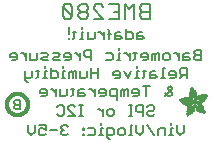
<source format=gbr>
G04 EAGLE Gerber RS-274X export*
G75*
%MOMM*%
%FSLAX34Y34*%
%LPD*%
%INSilkscreen Bottom*%
%IPPOS*%
%AMOC8*
5,1,8,0,0,1.08239X$1,22.5*%
G01*
%ADD10C,0.127000*%
%ADD11C,0.177800*%
%ADD12R,0.034300X0.003800*%
%ADD13R,0.057200X0.003800*%
%ADD14R,0.076200X0.003800*%
%ADD15R,0.091400X0.003800*%
%ADD16R,0.102900X0.003800*%
%ADD17R,0.114300X0.003900*%
%ADD18R,0.129500X0.003800*%
%ADD19R,0.137200X0.003800*%
%ADD20R,0.144800X0.003800*%
%ADD21R,0.152400X0.003800*%
%ADD22R,0.160000X0.003800*%
%ADD23R,0.171500X0.003800*%
%ADD24R,0.175300X0.003800*%
%ADD25R,0.182900X0.003800*%
%ADD26R,0.190500X0.003800*%
%ADD27R,0.194300X0.003900*%
%ADD28R,0.201900X0.003800*%
%ADD29R,0.209500X0.003800*%
%ADD30R,0.213400X0.003800*%
%ADD31R,0.221000X0.003800*%
%ADD32R,0.224800X0.003800*%
%ADD33R,0.232400X0.003800*%
%ADD34R,0.240000X0.003800*%
%ADD35R,0.243800X0.003800*%
%ADD36R,0.247600X0.003800*%
%ADD37R,0.255300X0.003900*%
%ADD38R,0.259100X0.003800*%
%ADD39R,0.262900X0.003800*%
%ADD40R,0.270500X0.003800*%
%ADD41R,0.274300X0.003800*%
%ADD42R,0.281900X0.003800*%
%ADD43R,0.285700X0.003800*%
%ADD44R,0.289500X0.003800*%
%ADD45R,0.297200X0.003800*%
%ADD46R,0.301000X0.003800*%
%ADD47R,0.304800X0.003900*%
%ADD48R,0.312400X0.003800*%
%ADD49R,0.316200X0.003800*%
%ADD50R,0.320000X0.003800*%
%ADD51R,0.327600X0.003800*%
%ADD52R,0.331500X0.003800*%
%ADD53R,0.339100X0.003800*%
%ADD54R,0.342900X0.003800*%
%ADD55R,0.346700X0.003800*%
%ADD56R,0.354300X0.003800*%
%ADD57R,0.358100X0.003900*%
%ADD58R,0.361900X0.003800*%
%ADD59R,0.369600X0.003800*%
%ADD60R,0.373400X0.003800*%
%ADD61R,0.377200X0.003800*%
%ADD62R,0.384800X0.003800*%
%ADD63R,0.388600X0.003800*%
%ADD64R,0.396200X0.003800*%
%ADD65R,0.400000X0.003800*%
%ADD66R,0.403800X0.003800*%
%ADD67R,0.411500X0.003900*%
%ADD68R,0.415300X0.003800*%
%ADD69R,0.419100X0.003800*%
%ADD70R,0.045700X0.003800*%
%ADD71R,0.426700X0.003800*%
%ADD72R,0.072400X0.003800*%
%ADD73R,0.430500X0.003800*%
%ADD74R,0.095300X0.003800*%
%ADD75R,0.438100X0.003800*%
%ADD76R,0.110500X0.003800*%
%ADD77R,0.441900X0.003800*%
%ADD78R,0.445800X0.003800*%
%ADD79R,0.144700X0.003800*%
%ADD80R,0.453400X0.003800*%
%ADD81R,0.457200X0.003800*%
%ADD82R,0.175300X0.003900*%
%ADD83R,0.461000X0.003900*%
%ADD84R,0.468600X0.003800*%
%ADD85R,0.205800X0.003800*%
%ADD86R,0.472400X0.003800*%
%ADD87R,0.217200X0.003800*%
%ADD88R,0.476200X0.003800*%
%ADD89R,0.483900X0.003800*%
%ADD90R,0.247700X0.003800*%
%ADD91R,0.487700X0.003800*%
%ADD92R,0.495300X0.003800*%
%ADD93R,0.499100X0.003800*%
%ADD94R,0.502900X0.003800*%
%ADD95R,0.510500X0.003800*%
%ADD96R,0.308600X0.003900*%
%ADD97R,0.514300X0.003900*%
%ADD98R,0.323800X0.003800*%
%ADD99R,0.518100X0.003800*%
%ADD100R,0.335300X0.003800*%
%ADD101R,0.525800X0.003800*%
%ADD102R,0.529600X0.003800*%
%ADD103R,0.358100X0.003800*%
%ADD104R,0.533400X0.003800*%
%ADD105R,0.537200X0.003800*%
%ADD106R,0.381000X0.003800*%
%ADD107R,0.544800X0.003800*%
%ADD108R,0.392400X0.003800*%
%ADD109R,0.548600X0.003800*%
%ADD110R,0.552400X0.003800*%
%ADD111R,0.556200X0.003800*%
%ADD112R,0.422900X0.003900*%
%ADD113R,0.560100X0.003900*%
%ADD114R,0.434300X0.003800*%
%ADD115R,0.563900X0.003800*%
%ADD116R,0.567700X0.003800*%
%ADD117R,0.461000X0.003800*%
%ADD118R,0.571500X0.003800*%
%ADD119R,0.575300X0.003800*%
%ADD120R,0.480100X0.003800*%
%ADD121R,0.579100X0.003800*%
%ADD122R,0.491500X0.003800*%
%ADD123R,0.582900X0.003800*%
%ADD124R,0.586700X0.003800*%
%ADD125R,0.510600X0.003800*%
%ADD126R,0.590500X0.003800*%
%ADD127R,0.522000X0.003800*%
%ADD128R,0.594300X0.003800*%
%ADD129R,0.533400X0.003900*%
%ADD130R,0.598200X0.003900*%
%ADD131R,0.541000X0.003800*%
%ADD132R,0.602000X0.003800*%
%ADD133R,0.552500X0.003800*%
%ADD134R,0.605800X0.003800*%
%ADD135R,0.560100X0.003800*%
%ADD136R,0.609600X0.003800*%
%ADD137R,0.613400X0.003800*%
%ADD138R,0.583000X0.003800*%
%ADD139R,0.617200X0.003800*%
%ADD140R,0.594400X0.003800*%
%ADD141R,0.621000X0.003800*%
%ADD142R,0.598200X0.003800*%
%ADD143R,0.624800X0.003800*%
%ADD144R,0.613500X0.003900*%
%ADD145R,0.628600X0.003900*%
%ADD146R,0.632400X0.003800*%
%ADD147R,0.628600X0.003800*%
%ADD148R,0.636300X0.003800*%
%ADD149R,0.640100X0.003800*%
%ADD150R,0.636200X0.003800*%
%ADD151R,0.643900X0.003800*%
%ADD152R,0.647700X0.003800*%
%ADD153R,0.651500X0.003800*%
%ADD154R,0.659100X0.003800*%
%ADD155R,0.659100X0.003900*%
%ADD156R,0.655300X0.003900*%
%ADD157R,0.662900X0.003800*%
%ADD158R,0.655300X0.003800*%
%ADD159R,0.670500X0.003800*%
%ADD160R,0.670600X0.003800*%
%ADD161R,0.674400X0.003800*%
%ADD162R,0.682000X0.003800*%
%ADD163R,0.666700X0.003800*%
%ADD164R,0.685800X0.003800*%
%ADD165R,0.689600X0.003800*%
%ADD166R,0.693400X0.003900*%
%ADD167R,0.674400X0.003900*%
%ADD168R,0.697200X0.003800*%
%ADD169R,0.678200X0.003800*%
%ADD170R,0.697300X0.003800*%
%ADD171R,0.701100X0.003800*%
%ADD172R,0.704900X0.003800*%
%ADD173R,0.708700X0.003800*%
%ADD174R,0.712500X0.003800*%
%ADD175R,0.716300X0.003800*%
%ADD176R,0.720100X0.003900*%
%ADD177R,0.689600X0.003900*%
%ADD178R,0.720000X0.003800*%
%ADD179R,0.693400X0.003800*%
%ADD180R,0.723900X0.003800*%
%ADD181R,0.727700X0.003800*%
%ADD182R,0.731500X0.003800*%
%ADD183R,0.701000X0.003800*%
%ADD184R,0.735300X0.003800*%
%ADD185R,0.731500X0.003900*%
%ADD186R,0.701000X0.003900*%
%ADD187R,0.704800X0.003800*%
%ADD188R,0.739100X0.003800*%
%ADD189R,0.743000X0.003800*%
%ADD190R,0.739200X0.003800*%
%ADD191R,0.743000X0.003900*%
%ADD192R,0.704800X0.003900*%
%ADD193R,0.746800X0.003800*%
%ADD194R,0.746800X0.003900*%
%ADD195R,0.742900X0.003800*%
%ADD196R,0.746700X0.003800*%
%ADD197R,0.746700X0.003900*%
%ADD198R,1.428800X0.003800*%
%ADD199R,1.424900X0.003800*%
%ADD200R,1.421100X0.003900*%
%ADD201R,1.421100X0.003800*%
%ADD202R,1.417300X0.003800*%
%ADD203R,1.413500X0.003800*%
%ADD204R,1.409700X0.003800*%
%ADD205R,1.405900X0.003800*%
%ADD206R,1.402100X0.003800*%
%ADD207R,1.398300X0.003800*%
%ADD208R,0.983000X0.003900*%
%ADD209R,0.384800X0.003900*%
%ADD210R,0.971600X0.003800*%
%ADD211R,0.963900X0.003800*%
%ADD212R,0.956300X0.003800*%
%ADD213R,0.365800X0.003800*%
%ADD214R,0.952500X0.003800*%
%ADD215R,0.941000X0.003800*%
%ADD216R,0.358200X0.003800*%
%ADD217R,0.937200X0.003800*%
%ADD218R,0.933400X0.003800*%
%ADD219R,0.354400X0.003800*%
%ADD220R,0.925800X0.003800*%
%ADD221R,0.350500X0.003800*%
%ADD222R,0.922000X0.003800*%
%ADD223R,0.918200X0.003900*%
%ADD224R,0.346700X0.003900*%
%ADD225R,0.910600X0.003800*%
%ADD226R,0.906800X0.003800*%
%ADD227R,0.903000X0.003800*%
%ADD228R,0.339000X0.003800*%
%ADD229R,0.895300X0.003800*%
%ADD230R,0.335200X0.003800*%
%ADD231R,0.887700X0.003800*%
%ADD232R,0.883900X0.003800*%
%ADD233R,0.331400X0.003800*%
%ADD234R,0.880100X0.003800*%
%ADD235R,0.876300X0.003800*%
%ADD236R,0.468600X0.003900*%
%ADD237R,0.396200X0.003900*%
%ADD238R,0.323800X0.003900*%
%ADD239R,0.449600X0.003800*%
%ADD240R,0.323900X0.003800*%
%ADD241R,0.442000X0.003800*%
%ADD242R,0.434400X0.003800*%
%ADD243R,0.320100X0.003800*%
%ADD244R,0.316300X0.003800*%
%ADD245R,0.426800X0.003800*%
%ADD246R,0.327700X0.003800*%
%ADD247R,0.312500X0.003800*%
%ADD248R,0.422900X0.003800*%
%ADD249R,0.308600X0.003800*%
%ADD250R,0.293400X0.003800*%
%ADD251R,0.304800X0.003800*%
%ADD252R,0.419100X0.003900*%
%ADD253R,0.285700X0.003900*%
%ADD254R,0.301000X0.003900*%
%ADD255R,0.411500X0.003800*%
%ADD256R,0.407700X0.003800*%
%ADD257R,0.289600X0.003800*%
%ADD258R,0.285800X0.003800*%
%ADD259R,0.403900X0.003800*%
%ADD260R,0.228600X0.003800*%
%ADD261R,0.403900X0.003900*%
%ADD262R,0.221000X0.003900*%
%ADD263R,0.278100X0.003900*%
%ADD264R,0.400100X0.003800*%
%ADD265R,0.209600X0.003800*%
%ADD266R,0.266700X0.003800*%
%ADD267R,0.038100X0.003800*%
%ADD268R,0.194300X0.003800*%
%ADD269R,0.148600X0.003800*%
%ADD270R,0.259000X0.003800*%
%ADD271R,0.182800X0.003800*%
%ADD272R,0.186700X0.003800*%
%ADD273R,0.251400X0.003800*%
%ADD274R,0.179100X0.003800*%
%ADD275R,0.236200X0.003800*%
%ADD276R,0.243900X0.003900*%
%ADD277R,0.282000X0.003900*%
%ADD278R,0.167700X0.003800*%
%ADD279R,0.236300X0.003800*%
%ADD280R,0.396300X0.003800*%
%ADD281R,0.163900X0.003800*%
%ADD282R,0.392500X0.003800*%
%ADD283R,0.160100X0.003800*%
%ADD284R,0.586800X0.003800*%
%ADD285R,0.148500X0.003800*%
%ADD286R,0.140900X0.003800*%
%ADD287R,0.392400X0.003900*%
%ADD288R,0.140900X0.003900*%
%ADD289R,0.647700X0.003900*%
%ADD290R,0.133300X0.003800*%
%ADD291R,0.674300X0.003800*%
%ADD292R,0.388700X0.003800*%
%ADD293R,0.125700X0.003800*%
%ADD294R,0.121900X0.003800*%
%ADD295R,0.720100X0.003800*%
%ADD296R,0.118100X0.003800*%
%ADD297R,0.118100X0.003900*%
%ADD298R,0.739100X0.003900*%
%ADD299R,0.114300X0.003800*%
%ADD300R,0.754400X0.003800*%
%ADD301R,0.765800X0.003800*%
%ADD302R,0.773400X0.003800*%
%ADD303R,0.784800X0.003800*%
%ADD304R,0.118200X0.003800*%
%ADD305R,0.792500X0.003800*%
%ADD306R,0.803900X0.003800*%
%ADD307R,0.122000X0.003800*%
%ADD308R,0.815400X0.003800*%
%ADD309R,0.125800X0.003800*%
%ADD310R,0.826800X0.003800*%
%ADD311R,0.369500X0.003900*%
%ADD312R,0.133400X0.003900*%
%ADD313R,0.842000X0.003900*%
%ADD314R,0.365700X0.003800*%
%ADD315R,1.009700X0.003800*%
%ADD316R,1.013500X0.003800*%
%ADD317R,0.362000X0.003800*%
%ADD318R,1.024900X0.003800*%
%ADD319R,1.028700X0.003800*%
%ADD320R,1.036300X0.003800*%
%ADD321R,1.047800X0.003800*%
%ADD322R,1.055400X0.003800*%
%ADD323R,1.070600X0.003800*%
%ADD324R,0.030500X0.003800*%
%ADD325R,1.436400X0.003800*%
%ADD326R,1.562100X0.003900*%
%ADD327R,1.588700X0.003800*%
%ADD328R,1.607800X0.003800*%
%ADD329R,1.626900X0.003800*%
%ADD330R,1.642100X0.003800*%
%ADD331R,1.657400X0.003800*%
%ADD332R,1.676400X0.003800*%
%ADD333R,1.687800X0.003800*%
%ADD334R,1.703000X0.003800*%
%ADD335R,1.714500X0.003800*%
%ADD336R,1.726000X0.003900*%
%ADD337R,1.741200X0.003800*%
%ADD338R,0.914400X0.003800*%
%ADD339R,0.769600X0.003800*%
%ADD340R,0.884000X0.003800*%
%ADD341R,0.712400X0.003800*%
%ADD342R,0.880100X0.003900*%
%ADD343R,0.887800X0.003800*%
%ADD344R,0.891600X0.003800*%
%ADD345R,0.895400X0.003800*%
%ADD346R,0.251500X0.003800*%
%ADD347R,0.579200X0.003900*%
%ADD348R,0.243900X0.003800*%
%ADD349R,0.556300X0.003800*%
%ADD350R,0.255200X0.003800*%
%ADD351R,0.529500X0.003800*%
%ADD352R,0.731600X0.003800*%
%ADD353R,0.525800X0.003900*%
%ADD354R,0.281900X0.003900*%
%ADD355R,0.735400X0.003900*%
%ADD356R,0.300900X0.003800*%
%ADD357R,0.762000X0.003800*%
%ADD358R,0.518200X0.003800*%
%ADD359R,0.350600X0.003800*%
%ADD360R,0.796300X0.003800*%
%ADD361R,0.807800X0.003800*%
%ADD362R,0.506700X0.003800*%
%ADD363R,0.849600X0.003800*%
%ADD364R,0.506700X0.003900*%
%ADD365R,1.371600X0.003900*%
%ADD366R,1.207800X0.003800*%
%ADD367R,0.503000X0.003800*%
%ADD368R,0.141000X0.003800*%
%ADD369R,1.203900X0.003800*%
%ADD370R,1.204000X0.003800*%
%ADD371R,1.200200X0.003800*%
%ADD372R,0.499100X0.003900*%
%ADD373R,0.156200X0.003900*%
%ADD374R,1.196400X0.003900*%
%ADD375R,1.196400X0.003800*%
%ADD376R,0.163800X0.003800*%
%ADD377R,0.167600X0.003800*%
%ADD378R,1.192500X0.003800*%
%ADD379R,0.499200X0.003800*%
%ADD380R,1.188700X0.003800*%
%ADD381R,0.506800X0.003800*%
%ADD382R,1.184900X0.003800*%
%ADD383R,0.510600X0.003900*%
%ADD384R,0.209600X0.003900*%
%ADD385R,1.181100X0.003900*%
%ADD386R,0.514400X0.003800*%
%ADD387R,1.181100X0.003800*%
%ADD388R,1.177300X0.003800*%
%ADD389R,0.240100X0.003800*%
%ADD390R,1.173500X0.003800*%
%ADD391R,1.169700X0.003800*%
%ADD392R,1.165900X0.003800*%
%ADD393R,1.162100X0.003800*%
%ADD394R,0.929700X0.003900*%
%ADD395R,1.162100X0.003900*%
%ADD396R,0.929700X0.003800*%
%ADD397R,1.154500X0.003800*%
%ADD398R,0.933500X0.003800*%
%ADD399R,1.150600X0.003800*%
%ADD400R,0.937300X0.003800*%
%ADD401R,1.146800X0.003800*%
%ADD402R,0.941100X0.003800*%
%ADD403R,1.139200X0.003800*%
%ADD404R,0.944900X0.003800*%
%ADD405R,1.135400X0.003800*%
%ADD406R,0.948700X0.003800*%
%ADD407R,1.127800X0.003800*%
%ADD408R,1.124000X0.003800*%
%ADD409R,1.116400X0.003800*%
%ADD410R,0.956300X0.003900*%
%ADD411R,1.104900X0.003900*%
%ADD412R,0.960100X0.003800*%
%ADD413R,1.093500X0.003800*%
%ADD414R,1.085900X0.003800*%
%ADD415R,0.967800X0.003800*%
%ADD416R,1.074500X0.003800*%
%ADD417R,1.063000X0.003800*%
%ADD418R,0.975400X0.003800*%
%ADD419R,1.036400X0.003800*%
%ADD420R,0.979200X0.003800*%
%ADD421R,1.021000X0.003800*%
%ADD422R,0.983000X0.003800*%
%ADD423R,1.009600X0.003800*%
%ADD424R,0.986800X0.003800*%
%ADD425R,0.998200X0.003800*%
%ADD426R,0.990600X0.003900*%
%ADD427R,0.986700X0.003900*%
%ADD428R,0.994400X0.003800*%
%ADD429R,0.975300X0.003800*%
%ADD430R,0.948600X0.003800*%
%ADD431R,1.002000X0.003800*%
%ADD432R,0.213300X0.003800*%
%ADD433R,0.217100X0.003800*%
%ADD434R,1.017300X0.003800*%
%ADD435R,0.666800X0.003800*%
%ADD436R,0.220900X0.003800*%
%ADD437R,1.028700X0.003900*%
%ADD438R,0.224700X0.003900*%
%ADD439R,1.032500X0.003800*%
%ADD440R,1.040100X0.003800*%
%ADD441R,1.043900X0.003800*%
%ADD442R,0.548700X0.003800*%
%ADD443R,1.051500X0.003800*%
%ADD444R,1.055300X0.003800*%
%ADD445R,1.059100X0.003800*%
%ADD446R,1.062900X0.003800*%
%ADD447R,0.255300X0.003800*%
%ADD448R,1.066800X0.003900*%
%ADD449R,0.259100X0.003900*%
%ADD450R,0.457200X0.003900*%
%ADD451R,0.423000X0.003800*%
%ADD452R,1.082100X0.003800*%
%ADD453R,0.274400X0.003800*%
%ADD454R,0.278200X0.003800*%
%ADD455R,1.101100X0.003800*%
%ADD456R,0.278100X0.003800*%
%ADD457R,0.876300X0.003900*%
%ADD458R,0.236200X0.003900*%
%ADD459R,0.289600X0.003900*%
%ADD460R,0.247700X0.003900*%
%ADD461R,0.049500X0.003800*%
%ADD462R,0.640100X0.003900*%
%ADD463R,0.659200X0.003800*%
%ADD464R,0.663000X0.003800*%
%ADD465R,0.872500X0.003900*%
%ADD466R,0.666800X0.003900*%
%ADD467R,0.872500X0.003800*%
%ADD468R,0.868700X0.003800*%
%ADD469R,0.864900X0.003800*%
%ADD470R,0.861100X0.003800*%
%ADD471R,0.857300X0.003800*%
%ADD472R,0.853400X0.003800*%
%ADD473R,0.845800X0.003800*%
%ADD474R,0.682000X0.003900*%
%ADD475R,0.842000X0.003800*%
%ADD476R,0.834400X0.003800*%
%ADD477R,0.823000X0.003800*%
%ADD478R,0.815300X0.003800*%
%ADD479R,0.811500X0.003800*%
%ADD480R,0.788700X0.003800*%
%ADD481R,0.777300X0.003900*%
%ADD482R,0.750600X0.003800*%
%ADD483R,0.735400X0.003800*%
%ADD484R,0.727800X0.003800*%
%ADD485R,0.628700X0.003800*%
%ADD486R,0.575400X0.003800*%
%ADD487R,0.670600X0.003900*%
%ADD488R,0.655400X0.003800*%
%ADD489R,0.651500X0.003900*%
%ADD490R,0.624800X0.003900*%
%ADD491R,0.594400X0.003900*%
%ADD492R,0.563900X0.003900*%
%ADD493R,0.541100X0.003800*%
%ADD494R,0.537300X0.003800*%
%ADD495R,0.525700X0.003800*%
%ADD496R,0.525700X0.003900*%
%ADD497R,0.514300X0.003800*%
%ADD498R,0.480100X0.003900*%
%ADD499R,0.464800X0.003800*%
%ADD500R,0.442000X0.003900*%
%ADD501R,0.438200X0.003800*%
%ADD502R,0.430600X0.003800*%
%ADD503R,0.407600X0.003800*%
%ADD504R,0.403800X0.003900*%
%ADD505R,0.365700X0.003900*%
%ADD506R,0.327700X0.003900*%
%ADD507R,0.243800X0.003900*%
%ADD508R,0.205800X0.003900*%
%ADD509R,0.198100X0.003800*%
%ADD510R,0.163800X0.003900*%
%ADD511R,0.137100X0.003800*%
%ADD512R,0.091500X0.003900*%
%ADD513R,0.060900X0.003800*%
%ADD514C,0.304800*%
%ADD515C,0.203200*%


D10*
X169633Y137795D02*
X169633Y146693D01*
X165184Y146693D01*
X163701Y145210D01*
X163701Y143727D01*
X165184Y142244D01*
X163701Y140761D01*
X163701Y139278D01*
X165184Y137795D01*
X169633Y137795D01*
X169633Y142244D02*
X165184Y142244D01*
X158794Y143727D02*
X155829Y143727D01*
X154346Y142244D01*
X154346Y137795D01*
X158794Y137795D01*
X160277Y139278D01*
X158794Y140761D01*
X154346Y140761D01*
X150922Y137795D02*
X150922Y143727D01*
X150922Y140761D02*
X147956Y143727D01*
X146473Y143727D01*
X141643Y137795D02*
X138677Y137795D01*
X137195Y139278D01*
X137195Y142244D01*
X138677Y143727D01*
X141643Y143727D01*
X143126Y142244D01*
X143126Y139278D01*
X141643Y137795D01*
X133771Y137795D02*
X133771Y143727D01*
X132288Y143727D01*
X130805Y142244D01*
X130805Y137795D01*
X130805Y142244D02*
X129322Y143727D01*
X127839Y142244D01*
X127839Y137795D01*
X122933Y137795D02*
X119967Y137795D01*
X122933Y137795D02*
X124416Y139278D01*
X124416Y142244D01*
X122933Y143727D01*
X119967Y143727D01*
X118484Y142244D01*
X118484Y140761D01*
X124416Y140761D01*
X113578Y139278D02*
X113578Y145210D01*
X113578Y139278D02*
X112095Y137795D01*
X112095Y143727D02*
X115061Y143727D01*
X108824Y143727D02*
X108824Y137795D01*
X108824Y140761D02*
X105858Y143727D01*
X104375Y143727D01*
X101028Y143727D02*
X99545Y143727D01*
X99545Y137795D01*
X101028Y137795D02*
X98062Y137795D01*
X99545Y146693D02*
X99545Y148176D01*
X93308Y143727D02*
X88859Y143727D01*
X93308Y143727D02*
X94791Y142244D01*
X94791Y139278D01*
X93308Y137795D01*
X88859Y137795D01*
X76081Y137795D02*
X76081Y146693D01*
X71632Y146693D01*
X70149Y145210D01*
X70149Y142244D01*
X71632Y140761D01*
X76081Y140761D01*
X66726Y137795D02*
X66726Y143727D01*
X66726Y140761D02*
X63760Y143727D01*
X62277Y143727D01*
X57447Y137795D02*
X54481Y137795D01*
X57447Y137795D02*
X58930Y139278D01*
X58930Y142244D01*
X57447Y143727D01*
X54481Y143727D01*
X52998Y142244D01*
X52998Y140761D01*
X58930Y140761D01*
X49574Y137795D02*
X45126Y137795D01*
X43643Y139278D01*
X45126Y140761D01*
X48092Y140761D01*
X49574Y142244D01*
X48092Y143727D01*
X43643Y143727D01*
X40219Y137795D02*
X35770Y137795D01*
X34288Y139278D01*
X35770Y140761D01*
X38736Y140761D01*
X40219Y142244D01*
X38736Y143727D01*
X34288Y143727D01*
X30864Y143727D02*
X30864Y139278D01*
X29381Y137795D01*
X24932Y137795D01*
X24932Y143727D01*
X21509Y143727D02*
X21509Y137795D01*
X21509Y140761D02*
X18543Y143727D01*
X17060Y143727D01*
X12230Y137795D02*
X9264Y137795D01*
X12230Y137795D02*
X13713Y139278D01*
X13713Y142244D01*
X12230Y143727D01*
X9264Y143727D01*
X7781Y142244D01*
X7781Y140761D01*
X13713Y140761D01*
X157159Y131453D02*
X157159Y122555D01*
X157159Y131453D02*
X152710Y131453D01*
X151227Y129970D01*
X151227Y127004D01*
X152710Y125521D01*
X157159Y125521D01*
X154193Y125521D02*
X151227Y122555D01*
X146321Y122555D02*
X143355Y122555D01*
X146321Y122555D02*
X147804Y124038D01*
X147804Y127004D01*
X146321Y128487D01*
X143355Y128487D01*
X141872Y127004D01*
X141872Y125521D01*
X147804Y125521D01*
X138449Y131453D02*
X136966Y131453D01*
X136966Y122555D01*
X138449Y122555D02*
X135483Y122555D01*
X130729Y128487D02*
X127763Y128487D01*
X126280Y127004D01*
X126280Y122555D01*
X130729Y122555D01*
X132212Y124038D01*
X130729Y125521D01*
X126280Y125521D01*
X121374Y124038D02*
X121374Y129970D01*
X121374Y124038D02*
X119891Y122555D01*
X119891Y128487D02*
X122857Y128487D01*
X116620Y128487D02*
X115137Y128487D01*
X115137Y122555D01*
X116620Y122555D02*
X113654Y122555D01*
X115137Y131453D02*
X115137Y132936D01*
X110383Y128487D02*
X107417Y122555D01*
X104451Y128487D01*
X99545Y122555D02*
X96579Y122555D01*
X99545Y122555D02*
X101028Y124038D01*
X101028Y127004D01*
X99545Y128487D01*
X96579Y128487D01*
X95096Y127004D01*
X95096Y125521D01*
X101028Y125521D01*
X82318Y122555D02*
X82318Y131453D01*
X82318Y127004D02*
X76386Y127004D01*
X76386Y131453D02*
X76386Y122555D01*
X72962Y124038D02*
X72962Y128487D01*
X72962Y124038D02*
X71479Y122555D01*
X67031Y122555D01*
X67031Y128487D01*
X63607Y128487D02*
X63607Y122555D01*
X63607Y128487D02*
X62124Y128487D01*
X60641Y127004D01*
X60641Y122555D01*
X60641Y127004D02*
X59158Y128487D01*
X57675Y127004D01*
X57675Y122555D01*
X54252Y128487D02*
X52769Y128487D01*
X52769Y122555D01*
X54252Y122555D02*
X51286Y122555D01*
X52769Y131453D02*
X52769Y132936D01*
X42083Y131453D02*
X42083Y122555D01*
X46532Y122555D01*
X48015Y124038D01*
X48015Y127004D01*
X46532Y128487D01*
X42083Y128487D01*
X38660Y128487D02*
X37177Y128487D01*
X37177Y122555D01*
X38660Y122555D02*
X35694Y122555D01*
X37177Y131453D02*
X37177Y132936D01*
X30940Y129970D02*
X30940Y124038D01*
X29457Y122555D01*
X29457Y128487D02*
X32423Y128487D01*
X26186Y128487D02*
X26186Y124038D01*
X24704Y122555D01*
X20255Y122555D01*
X20255Y121072D02*
X20255Y128487D01*
X20255Y121072D02*
X21738Y119589D01*
X23221Y119589D01*
X138754Y110281D02*
X141720Y107315D01*
X143202Y107315D01*
X144685Y108798D01*
X144685Y110281D01*
X141720Y113247D01*
X141720Y114730D01*
X143202Y116213D01*
X144685Y114730D01*
X144685Y113247D01*
X138754Y107315D01*
X123009Y107315D02*
X123009Y116213D01*
X125975Y116213D02*
X120043Y116213D01*
X115137Y107315D02*
X112171Y107315D01*
X115137Y107315D02*
X116620Y108798D01*
X116620Y111764D01*
X115137Y113247D01*
X112171Y113247D01*
X110688Y111764D01*
X110688Y110281D01*
X116620Y110281D01*
X107265Y107315D02*
X107265Y113247D01*
X105782Y113247D01*
X104299Y111764D01*
X104299Y107315D01*
X104299Y111764D02*
X102816Y113247D01*
X101333Y111764D01*
X101333Y107315D01*
X97909Y104349D02*
X97909Y113247D01*
X93461Y113247D01*
X91978Y111764D01*
X91978Y108798D01*
X93461Y107315D01*
X97909Y107315D01*
X87071Y107315D02*
X84105Y107315D01*
X87071Y107315D02*
X88554Y108798D01*
X88554Y111764D01*
X87071Y113247D01*
X84105Y113247D01*
X82623Y111764D01*
X82623Y110281D01*
X88554Y110281D01*
X79199Y107315D02*
X79199Y113247D01*
X79199Y110281D02*
X76233Y113247D01*
X74750Y113247D01*
X69920Y113247D02*
X66954Y113247D01*
X65471Y111764D01*
X65471Y107315D01*
X69920Y107315D01*
X71403Y108798D01*
X69920Y110281D01*
X65471Y110281D01*
X60565Y108798D02*
X60565Y114730D01*
X60565Y108798D02*
X59082Y107315D01*
X59082Y113247D02*
X62048Y113247D01*
X55811Y113247D02*
X55811Y108798D01*
X54328Y107315D01*
X49879Y107315D01*
X49879Y113247D01*
X46456Y113247D02*
X46456Y107315D01*
X46456Y110281D02*
X43490Y113247D01*
X42007Y113247D01*
X37177Y107315D02*
X34211Y107315D01*
X37177Y107315D02*
X38660Y108798D01*
X38660Y111764D01*
X37177Y113247D01*
X34211Y113247D01*
X32728Y111764D01*
X32728Y110281D01*
X38660Y110281D01*
X154820Y83193D02*
X154820Y77261D01*
X151854Y74295D01*
X148888Y77261D01*
X148888Y83193D01*
X145465Y80227D02*
X143982Y80227D01*
X143982Y74295D01*
X145465Y74295D02*
X142499Y74295D01*
X143982Y83193D02*
X143982Y84676D01*
X139228Y80227D02*
X139228Y74295D01*
X139228Y80227D02*
X134779Y80227D01*
X133296Y78744D01*
X133296Y74295D01*
X129873Y74295D02*
X123941Y83193D01*
X120518Y83193D02*
X120518Y77261D01*
X117552Y74295D01*
X114586Y77261D01*
X114586Y83193D01*
X111163Y83193D02*
X109680Y83193D01*
X109680Y74295D01*
X111163Y74295D02*
X108197Y74295D01*
X103443Y74295D02*
X100477Y74295D01*
X98994Y75778D01*
X98994Y78744D01*
X100477Y80227D01*
X103443Y80227D01*
X104926Y78744D01*
X104926Y75778D01*
X103443Y74295D01*
X92605Y71329D02*
X91122Y71329D01*
X89639Y72812D01*
X89639Y80227D01*
X94088Y80227D01*
X95571Y78744D01*
X95571Y75778D01*
X94088Y74295D01*
X89639Y74295D01*
X86215Y80227D02*
X84733Y80227D01*
X84733Y74295D01*
X86215Y74295D02*
X83250Y74295D01*
X84733Y83193D02*
X84733Y84676D01*
X78496Y80227D02*
X74047Y80227D01*
X78496Y80227D02*
X79979Y78744D01*
X79979Y75778D01*
X78496Y74295D01*
X74047Y74295D01*
X70624Y80227D02*
X69141Y80227D01*
X69141Y78744D01*
X70624Y78744D01*
X70624Y80227D01*
X70624Y75778D02*
X69141Y75778D01*
X69141Y74295D01*
X70624Y74295D01*
X70624Y75778D01*
X56591Y81710D02*
X55108Y83193D01*
X52142Y83193D01*
X50659Y81710D01*
X50659Y80227D01*
X52142Y78744D01*
X53625Y78744D01*
X52142Y78744D02*
X50659Y77261D01*
X50659Y75778D01*
X52142Y74295D01*
X55108Y74295D01*
X56591Y75778D01*
X47236Y78744D02*
X41304Y78744D01*
X37880Y83193D02*
X31949Y83193D01*
X37880Y83193D02*
X37880Y78744D01*
X34915Y80227D01*
X33432Y80227D01*
X31949Y78744D01*
X31949Y75778D01*
X33432Y74295D01*
X36397Y74295D01*
X37880Y75778D01*
X28525Y77261D02*
X28525Y83193D01*
X28525Y77261D02*
X25559Y74295D01*
X22593Y77261D01*
X22593Y83193D01*
X116836Y161507D02*
X119802Y161507D01*
X116836Y161507D02*
X115353Y160024D01*
X115353Y155575D01*
X119802Y155575D01*
X121285Y157058D01*
X119802Y158541D01*
X115353Y158541D01*
X105998Y155575D02*
X105998Y164473D01*
X105998Y155575D02*
X110447Y155575D01*
X111930Y157058D01*
X111930Y160024D01*
X110447Y161507D01*
X105998Y161507D01*
X101092Y161507D02*
X98126Y161507D01*
X96643Y160024D01*
X96643Y155575D01*
X101092Y155575D01*
X102575Y157058D01*
X101092Y158541D01*
X96643Y158541D01*
X91737Y155575D02*
X91737Y162990D01*
X90254Y164473D01*
X90254Y160024D02*
X93219Y160024D01*
X86983Y161507D02*
X86983Y155575D01*
X86983Y158541D02*
X84017Y161507D01*
X82534Y161507D01*
X79187Y161507D02*
X79187Y157058D01*
X77704Y155575D01*
X73255Y155575D01*
X73255Y161507D01*
X69832Y161507D02*
X68349Y161507D01*
X68349Y155575D01*
X69832Y155575D02*
X66866Y155575D01*
X68349Y164473D02*
X68349Y165956D01*
X62112Y162990D02*
X62112Y157058D01*
X60629Y155575D01*
X60629Y161507D02*
X63595Y161507D01*
X57358Y157058D02*
X57358Y155575D01*
X57358Y160024D02*
X57358Y165956D01*
X123941Y98220D02*
X125424Y99703D01*
X128390Y99703D01*
X129873Y98220D01*
X129873Y96737D01*
X128390Y95254D01*
X125424Y95254D01*
X123941Y93771D01*
X123941Y92288D01*
X125424Y90805D01*
X128390Y90805D01*
X129873Y92288D01*
X120518Y90805D02*
X120518Y99703D01*
X116069Y99703D01*
X114586Y98220D01*
X114586Y95254D01*
X116069Y93771D01*
X120518Y93771D01*
X111163Y90805D02*
X108197Y90805D01*
X109680Y90805D02*
X109680Y99703D01*
X111163Y99703D02*
X108197Y99703D01*
X94088Y90805D02*
X91122Y90805D01*
X89639Y92288D01*
X89639Y95254D01*
X91122Y96737D01*
X94088Y96737D01*
X95571Y95254D01*
X95571Y92288D01*
X94088Y90805D01*
X86215Y90805D02*
X86215Y96737D01*
X83250Y96737D02*
X86215Y93771D01*
X83250Y96737D02*
X81767Y96737D01*
X69064Y90805D02*
X66098Y90805D01*
X67581Y90805D02*
X67581Y99703D01*
X69064Y99703D02*
X66098Y99703D01*
X62828Y90805D02*
X56896Y90805D01*
X62828Y90805D02*
X56896Y96737D01*
X56896Y98220D01*
X58379Y99703D01*
X61345Y99703D01*
X62828Y98220D01*
X49024Y99703D02*
X47541Y98220D01*
X49024Y99703D02*
X51989Y99703D01*
X53472Y98220D01*
X53472Y92288D01*
X51989Y90805D01*
X49024Y90805D01*
X47541Y92288D01*
D11*
X126033Y172847D02*
X126033Y185304D01*
X119805Y185304D01*
X117728Y183228D01*
X117728Y181151D01*
X119805Y179075D01*
X117728Y176999D01*
X117728Y174923D01*
X119805Y172847D01*
X126033Y172847D01*
X126033Y179075D02*
X119805Y179075D01*
X112936Y172847D02*
X112936Y185304D01*
X108783Y181151D01*
X104631Y185304D01*
X104631Y172847D01*
X99838Y185304D02*
X91534Y185304D01*
X99838Y185304D02*
X99838Y172847D01*
X91534Y172847D01*
X95686Y179075D02*
X99838Y179075D01*
X86741Y172847D02*
X78437Y172847D01*
X86741Y172847D02*
X78437Y181151D01*
X78437Y183228D01*
X80513Y185304D01*
X84665Y185304D01*
X86741Y183228D01*
X73644Y183228D02*
X71568Y185304D01*
X67416Y185304D01*
X65339Y183228D01*
X65339Y181151D01*
X67416Y179075D01*
X65339Y176999D01*
X65339Y174923D01*
X67416Y172847D01*
X71568Y172847D01*
X73644Y174923D01*
X73644Y176999D01*
X71568Y179075D01*
X73644Y181151D01*
X73644Y183228D01*
X71568Y179075D02*
X67416Y179075D01*
X60547Y174923D02*
X60547Y183228D01*
X58470Y185304D01*
X54318Y185304D01*
X52242Y183228D01*
X52242Y174923D01*
X54318Y172847D01*
X58470Y172847D01*
X60547Y174923D01*
X52242Y183228D01*
D12*
X158192Y90170D03*
D13*
X158191Y90208D03*
D14*
X158210Y90246D03*
D15*
X158210Y90284D03*
D16*
X158192Y90322D03*
D17*
X158211Y90361D03*
D18*
X158211Y90399D03*
D19*
X158210Y90437D03*
D20*
X158210Y90475D03*
D21*
X158248Y90513D03*
D22*
X158248Y90551D03*
D23*
X158268Y90589D03*
D24*
X158287Y90627D03*
D25*
X158287Y90665D03*
D26*
X158325Y90703D03*
D27*
X158344Y90742D03*
D28*
X158344Y90780D03*
D29*
X158382Y90818D03*
D30*
X158401Y90856D03*
D31*
X158439Y90894D03*
D32*
X158458Y90932D03*
D33*
X158458Y90970D03*
D34*
X158496Y91008D03*
D35*
X158515Y91046D03*
D36*
X158534Y91084D03*
D37*
X158573Y91123D03*
D38*
X158592Y91161D03*
D39*
X158611Y91199D03*
D40*
X158649Y91237D03*
D41*
X158668Y91275D03*
D42*
X158706Y91313D03*
D43*
X158725Y91351D03*
D44*
X158744Y91389D03*
D45*
X158782Y91427D03*
D46*
X158801Y91465D03*
D47*
X158820Y91504D03*
D48*
X158858Y91542D03*
D49*
X158877Y91580D03*
D50*
X158896Y91618D03*
D51*
X158934Y91656D03*
D52*
X158954Y91694D03*
D53*
X158992Y91732D03*
D54*
X159011Y91770D03*
D55*
X159030Y91808D03*
D56*
X159068Y91846D03*
D57*
X159087Y91885D03*
D58*
X159106Y91923D03*
D59*
X159144Y91961D03*
D60*
X159163Y91999D03*
D61*
X159182Y92037D03*
D62*
X159220Y92075D03*
D63*
X159239Y92113D03*
D64*
X159277Y92151D03*
D65*
X159296Y92189D03*
D66*
X159315Y92227D03*
D67*
X159354Y92266D03*
D68*
X159373Y92304D03*
D69*
X159392Y92342D03*
D70*
X172155Y92380D03*
D71*
X159430Y92380D03*
D72*
X172136Y92418D03*
D73*
X159449Y92418D03*
D74*
X172098Y92456D03*
D75*
X159487Y92456D03*
D76*
X172060Y92494D03*
D77*
X159506Y92494D03*
D18*
X172041Y92532D03*
D78*
X159525Y92532D03*
D79*
X172003Y92570D03*
D80*
X159563Y92570D03*
D22*
X171964Y92608D03*
D81*
X159582Y92608D03*
D82*
X171927Y92647D03*
D83*
X159601Y92647D03*
D26*
X171889Y92685D03*
D84*
X159639Y92685D03*
D85*
X171850Y92723D03*
D86*
X159658Y92723D03*
D87*
X171793Y92761D03*
D88*
X159677Y92761D03*
D33*
X171755Y92799D03*
D89*
X159716Y92799D03*
D90*
X171717Y92837D03*
D91*
X159735Y92837D03*
D38*
X171660Y92875D03*
D92*
X159773Y92875D03*
D41*
X171622Y92913D03*
D93*
X159792Y92913D03*
D43*
X171565Y92951D03*
D94*
X159811Y92951D03*
D45*
X171507Y92989D03*
D95*
X159849Y92989D03*
D96*
X171450Y93028D03*
D97*
X159868Y93028D03*
D98*
X171412Y93066D03*
D99*
X159887Y93066D03*
D100*
X171355Y93104D03*
D101*
X159925Y93104D03*
D55*
X171298Y93142D03*
D102*
X159944Y93142D03*
D103*
X171241Y93180D03*
D104*
X159963Y93180D03*
D59*
X171183Y93218D03*
D105*
X159982Y93218D03*
D106*
X171126Y93256D03*
D107*
X160020Y93256D03*
D108*
X171069Y93294D03*
D109*
X160039Y93294D03*
D66*
X171012Y93332D03*
D110*
X160058Y93332D03*
D68*
X170955Y93370D03*
D111*
X160077Y93370D03*
D112*
X170879Y93409D03*
D113*
X160097Y93409D03*
D114*
X170822Y93447D03*
D115*
X160116Y93447D03*
D78*
X170764Y93485D03*
D116*
X160135Y93485D03*
D117*
X170688Y93523D03*
D118*
X160154Y93523D03*
D86*
X170631Y93561D03*
D119*
X160173Y93561D03*
D120*
X170555Y93599D03*
D121*
X160192Y93599D03*
D122*
X170498Y93637D03*
D123*
X160211Y93637D03*
D94*
X170441Y93675D03*
D124*
X160230Y93675D03*
D125*
X170364Y93713D03*
D126*
X160249Y93713D03*
D127*
X170307Y93751D03*
D128*
X160268Y93751D03*
D129*
X170250Y93790D03*
D130*
X160287Y93790D03*
D131*
X170174Y93828D03*
D132*
X160306Y93828D03*
D133*
X170117Y93866D03*
D134*
X160325Y93866D03*
D135*
X170079Y93904D03*
D134*
X160325Y93904D03*
D118*
X170022Y93942D03*
D136*
X160344Y93942D03*
D119*
X169965Y93980D03*
D137*
X160363Y93980D03*
D138*
X169926Y94018D03*
D139*
X160382Y94018D03*
D140*
X169869Y94056D03*
D141*
X160401Y94056D03*
D142*
X169812Y94094D03*
D141*
X160401Y94094D03*
D134*
X169774Y94132D03*
D143*
X160420Y94132D03*
D144*
X169736Y94171D03*
D145*
X160439Y94171D03*
D137*
X169697Y94209D03*
D146*
X160458Y94209D03*
D141*
X169659Y94247D03*
D146*
X160458Y94247D03*
D147*
X169621Y94285D03*
D148*
X160478Y94285D03*
D146*
X169564Y94323D03*
D149*
X160497Y94323D03*
D150*
X169545Y94361D03*
D151*
X160516Y94361D03*
X169507Y94399D03*
X160516Y94399D03*
D152*
X169450Y94437D03*
X160535Y94437D03*
D153*
X169431Y94475D03*
X160554Y94475D03*
D154*
X169393Y94513D03*
D153*
X160554Y94513D03*
D155*
X169355Y94552D03*
D156*
X160573Y94552D03*
D157*
X169336Y94590D03*
D158*
X160573Y94590D03*
D159*
X169298Y94628D03*
D154*
X160592Y94628D03*
D160*
X169259Y94666D03*
D157*
X160611Y94666D03*
D161*
X169240Y94704D03*
D157*
X160611Y94704D03*
D162*
X169202Y94742D03*
D163*
X160630Y94742D03*
D162*
X169164Y94780D03*
D163*
X160630Y94780D03*
D164*
X169145Y94818D03*
D159*
X160649Y94818D03*
D165*
X169126Y94856D03*
D159*
X160649Y94856D03*
D165*
X169088Y94894D03*
D161*
X160668Y94894D03*
D166*
X169069Y94933D03*
D167*
X160668Y94933D03*
D168*
X169050Y94971D03*
D169*
X160687Y94971D03*
D170*
X169012Y95009D03*
D169*
X160687Y95009D03*
D171*
X168993Y95047D03*
D169*
X160687Y95047D03*
D172*
X168974Y95085D03*
D162*
X160706Y95085D03*
D172*
X168936Y95123D03*
D162*
X160706Y95123D03*
D173*
X168917Y95161D03*
D164*
X160725Y95161D03*
D174*
X168898Y95199D03*
D164*
X160725Y95199D03*
D174*
X168860Y95237D03*
D164*
X160725Y95237D03*
D175*
X168841Y95275D03*
D165*
X160744Y95275D03*
D176*
X168822Y95314D03*
D177*
X160744Y95314D03*
D178*
X168783Y95352D03*
D179*
X160763Y95352D03*
D180*
X168764Y95390D03*
D179*
X160763Y95390D03*
D180*
X168764Y95428D03*
D179*
X160763Y95428D03*
D180*
X168726Y95466D03*
D179*
X160763Y95466D03*
D181*
X168707Y95504D03*
D168*
X160782Y95504D03*
D182*
X168688Y95542D03*
D168*
X160782Y95542D03*
D181*
X168669Y95580D03*
D168*
X160782Y95580D03*
D182*
X168650Y95618D03*
D183*
X160801Y95618D03*
D184*
X168631Y95656D03*
D183*
X160801Y95656D03*
D185*
X168612Y95695D03*
D186*
X160801Y95695D03*
D184*
X168593Y95733D03*
D183*
X160801Y95733D03*
D184*
X168593Y95771D03*
D187*
X160820Y95771D03*
D184*
X168555Y95809D03*
D183*
X160839Y95809D03*
D188*
X168536Y95847D03*
D183*
X160839Y95847D03*
D188*
X168536Y95885D03*
D183*
X160839Y95885D03*
D188*
X168498Y95923D03*
D183*
X160839Y95923D03*
D188*
X168498Y95961D03*
D183*
X160839Y95961D03*
D189*
X168478Y95999D03*
D187*
X160858Y95999D03*
D190*
X168459Y96037D03*
D187*
X160858Y96037D03*
D191*
X168440Y96076D03*
D192*
X160858Y96076D03*
D189*
X168440Y96114D03*
D187*
X160858Y96114D03*
D189*
X168402Y96152D03*
D187*
X160858Y96152D03*
D189*
X168402Y96190D03*
D187*
X160858Y96190D03*
D189*
X168402Y96228D03*
D187*
X160858Y96228D03*
D189*
X168364Y96266D03*
D183*
X160877Y96266D03*
D189*
X168364Y96304D03*
D183*
X160877Y96304D03*
D193*
X168345Y96342D03*
D183*
X160877Y96342D03*
D189*
X168326Y96380D03*
D183*
X160877Y96380D03*
D189*
X168326Y96418D03*
D183*
X160877Y96418D03*
D194*
X168307Y96457D03*
D186*
X160877Y96457D03*
D195*
X168288Y96495D03*
D183*
X160877Y96495D03*
D195*
X168288Y96533D03*
D168*
X160896Y96533D03*
D196*
X168269Y96571D03*
D168*
X160896Y96571D03*
D195*
X168250Y96609D03*
D168*
X160896Y96609D03*
D195*
X168250Y96647D03*
D168*
X160896Y96647D03*
D195*
X168250Y96685D03*
D168*
X160896Y96685D03*
D196*
X168231Y96723D03*
D179*
X160915Y96723D03*
D195*
X168212Y96761D03*
D179*
X160915Y96761D03*
D195*
X168212Y96799D03*
D179*
X160915Y96799D03*
D197*
X168193Y96838D03*
D166*
X160915Y96838D03*
D195*
X168174Y96876D03*
D165*
X160934Y96876D03*
D195*
X168174Y96914D03*
D165*
X160934Y96914D03*
D196*
X168155Y96952D03*
D165*
X160934Y96952D03*
D195*
X168136Y96990D03*
D165*
X160934Y96990D03*
D195*
X168136Y97028D03*
D164*
X160953Y97028D03*
D195*
X168136Y97066D03*
D164*
X160953Y97066D03*
D198*
X164668Y97104D03*
X164668Y97142D03*
D199*
X164688Y97180D03*
D200*
X164669Y97219D03*
D201*
X164669Y97257D03*
D202*
X164688Y97295D03*
D203*
X164669Y97333D03*
X164669Y97371D03*
D204*
X164688Y97409D03*
D205*
X164669Y97447D03*
X164669Y97485D03*
D206*
X164688Y97523D03*
D207*
X164669Y97561D03*
D208*
X166745Y97600D03*
D209*
X159639Y97600D03*
D210*
X166802Y97638D03*
D61*
X159601Y97638D03*
D211*
X166802Y97676D03*
D60*
X159582Y97676D03*
D212*
X166840Y97714D03*
D213*
X159582Y97714D03*
D214*
X166859Y97752D03*
D213*
X159582Y97752D03*
D215*
X166878Y97790D03*
D216*
X159582Y97790D03*
D217*
X166897Y97828D03*
D216*
X159582Y97828D03*
D218*
X166916Y97866D03*
D219*
X159601Y97866D03*
D220*
X166916Y97904D03*
D221*
X159582Y97904D03*
D222*
X166935Y97942D03*
D55*
X159601Y97942D03*
D223*
X166954Y97981D03*
D224*
X159601Y97981D03*
D225*
X166954Y98019D03*
D54*
X159620Y98019D03*
D226*
X166973Y98057D03*
D54*
X159620Y98057D03*
D227*
X166992Y98095D03*
D228*
X159639Y98095D03*
D229*
X166993Y98133D03*
D228*
X159639Y98133D03*
D229*
X166993Y98171D03*
D230*
X159658Y98171D03*
D231*
X166993Y98209D03*
D230*
X159658Y98209D03*
D232*
X167012Y98247D03*
D233*
X159677Y98247D03*
D234*
X167031Y98285D03*
D51*
X159696Y98285D03*
D235*
X167012Y98323D03*
D51*
X159696Y98323D03*
D236*
X169050Y98362D03*
D237*
X164649Y98362D03*
D238*
X159715Y98362D03*
D239*
X169107Y98400D03*
D59*
X164554Y98400D03*
D240*
X159754Y98400D03*
D241*
X169145Y98438D03*
D103*
X164497Y98438D03*
D240*
X159754Y98438D03*
D242*
X169145Y98476D03*
D55*
X164478Y98476D03*
D243*
X159773Y98476D03*
D242*
X169145Y98514D03*
D100*
X164459Y98514D03*
D244*
X159792Y98514D03*
D245*
X169145Y98552D03*
D246*
X164421Y98552D03*
D247*
X159811Y98552D03*
D245*
X169145Y98590D03*
D244*
X164402Y98590D03*
D247*
X159811Y98590D03*
D248*
X169126Y98628D03*
D249*
X164363Y98628D03*
D247*
X159849Y98628D03*
D248*
X169126Y98666D03*
D46*
X164363Y98666D03*
D249*
X159868Y98666D03*
D69*
X169107Y98704D03*
D250*
X164325Y98704D03*
D251*
X159887Y98704D03*
D252*
X169107Y98743D03*
D253*
X164326Y98743D03*
D254*
X159906Y98743D03*
D68*
X169088Y98781D03*
D41*
X164307Y98781D03*
D46*
X159944Y98781D03*
D68*
X169088Y98819D03*
D40*
X164288Y98819D03*
D45*
X159963Y98819D03*
D255*
X169069Y98857D03*
D39*
X164288Y98857D03*
D250*
X159982Y98857D03*
D255*
X169069Y98895D03*
D38*
X164269Y98895D03*
D250*
X160020Y98895D03*
D256*
X169050Y98933D03*
D36*
X164249Y98933D03*
D257*
X160039Y98933D03*
D256*
X169012Y98971D03*
D35*
X164230Y98971D03*
D258*
X160058Y98971D03*
D256*
X169012Y99009D03*
D34*
X164211Y99009D03*
D258*
X160096Y99009D03*
D259*
X168993Y99047D03*
D33*
X164211Y99047D03*
D42*
X160116Y99047D03*
D256*
X168974Y99085D03*
D260*
X164192Y99085D03*
D42*
X160154Y99085D03*
D261*
X168955Y99124D03*
D262*
X164192Y99124D03*
D263*
X160173Y99124D03*
D264*
X168936Y99162D03*
D87*
X164173Y99162D03*
D40*
X160211Y99162D03*
D259*
X168917Y99200D03*
D265*
X164173Y99200D03*
D40*
X160249Y99200D03*
D264*
X168898Y99238D03*
D85*
X164154Y99238D03*
D266*
X160268Y99238D03*
D267*
X157792Y99238D03*
D65*
X168859Y99276D03*
D28*
X164135Y99276D03*
D39*
X160325Y99276D03*
D76*
X157773Y99276D03*
D65*
X168859Y99314D03*
D268*
X164135Y99314D03*
D38*
X160344Y99314D03*
D269*
X157772Y99314D03*
D65*
X168821Y99352D03*
D26*
X164116Y99352D03*
D270*
X160382Y99352D03*
D271*
X157753Y99352D03*
D64*
X168802Y99390D03*
D272*
X164097Y99390D03*
D273*
X160420Y99390D03*
D30*
X157753Y99390D03*
D64*
X168764Y99428D03*
D274*
X164097Y99428D03*
D273*
X160458Y99428D03*
D275*
X157753Y99428D03*
D65*
X168745Y99466D03*
D274*
X164097Y99466D03*
D35*
X160496Y99466D03*
D270*
X157753Y99466D03*
D237*
X168726Y99505D03*
D82*
X164078Y99505D03*
D276*
X160535Y99505D03*
D277*
X157753Y99505D03*
D64*
X168688Y99543D03*
D278*
X164078Y99543D03*
D279*
X160573Y99543D03*
D46*
X157734Y99543D03*
D280*
X168650Y99581D03*
D281*
X164059Y99581D03*
D279*
X160611Y99581D03*
D50*
X157753Y99581D03*
D282*
X168631Y99619D03*
D283*
X164040Y99619D03*
D260*
X160649Y99619D03*
D54*
X157754Y99619D03*
D280*
X168612Y99657D03*
D283*
X164040Y99657D03*
D284*
X158896Y99657D03*
D280*
X168574Y99695D03*
D21*
X164040Y99695D03*
D142*
X158877Y99695D03*
D282*
X168555Y99733D03*
D285*
X164021Y99733D03*
D134*
X158839Y99733D03*
D108*
X168516Y99771D03*
D285*
X164021Y99771D03*
D141*
X158801Y99771D03*
D108*
X168478Y99809D03*
D79*
X164002Y99809D03*
D143*
X158782Y99809D03*
D108*
X168440Y99847D03*
D286*
X163983Y99847D03*
D148*
X158763Y99847D03*
D287*
X168402Y99886D03*
D288*
X163983Y99886D03*
D289*
X158744Y99886D03*
D63*
X168383Y99924D03*
D290*
X163983Y99924D03*
D158*
X158706Y99924D03*
D63*
X168345Y99962D03*
D290*
X163983Y99962D03*
D163*
X158687Y99962D03*
D63*
X168307Y100000D03*
D18*
X163964Y100000D03*
D291*
X158687Y100000D03*
D63*
X168269Y100038D03*
D18*
X163964Y100038D03*
D164*
X158667Y100038D03*
D292*
X168231Y100076D03*
D293*
X163945Y100076D03*
D179*
X158629Y100076D03*
D292*
X168193Y100114D03*
D293*
X163945Y100114D03*
D171*
X158630Y100114D03*
D63*
X168154Y100152D03*
D294*
X163926Y100152D03*
D174*
X158611Y100152D03*
D62*
X168097Y100190D03*
D294*
X163926Y100190D03*
D295*
X158611Y100190D03*
D62*
X168059Y100228D03*
D296*
X163907Y100228D03*
D181*
X158611Y100228D03*
D209*
X168021Y100267D03*
D297*
X163907Y100267D03*
D298*
X158592Y100267D03*
D62*
X167983Y100305D03*
D299*
X163888Y100305D03*
D193*
X158591Y100305D03*
D106*
X167926Y100343D03*
D296*
X163869Y100343D03*
D300*
X158591Y100343D03*
D106*
X167888Y100381D03*
D296*
X163869Y100381D03*
D301*
X158572Y100381D03*
D106*
X167811Y100419D03*
D296*
X163869Y100419D03*
D302*
X158572Y100419D03*
D106*
X167773Y100457D03*
D299*
X163850Y100457D03*
D303*
X158553Y100457D03*
D61*
X167716Y100495D03*
D304*
X163830Y100495D03*
D305*
X158554Y100495D03*
D60*
X167659Y100533D03*
D304*
X163830Y100533D03*
D306*
X158573Y100533D03*
D60*
X167583Y100571D03*
D307*
X163811Y100571D03*
D308*
X158553Y100571D03*
D60*
X167545Y100609D03*
D309*
X163792Y100609D03*
D310*
X158572Y100609D03*
D311*
X167450Y100648D03*
D312*
X163754Y100648D03*
D313*
X158572Y100648D03*
D314*
X167393Y100686D03*
D315*
X159373Y100686D03*
D213*
X167316Y100724D03*
D316*
X159354Y100724D03*
D317*
X167221Y100762D03*
D318*
X159335Y100762D03*
D103*
X167126Y100800D03*
D319*
X159316Y100800D03*
D56*
X167031Y100838D03*
D320*
X159316Y100838D03*
D221*
X166936Y100876D03*
D321*
X159296Y100876D03*
D55*
X166802Y100914D03*
D322*
X159296Y100914D03*
D55*
X166688Y100952D03*
D323*
X159296Y100952D03*
D324*
X168917Y100990D03*
D325*
X161087Y100990D03*
D326*
X161678Y101029D03*
D327*
X161735Y101067D03*
D328*
X161792Y101105D03*
D329*
X161811Y101143D03*
D330*
X161849Y101181D03*
D331*
X161887Y101219D03*
D332*
X161906Y101257D03*
D333*
X161925Y101295D03*
D334*
X161925Y101333D03*
D335*
X161945Y101371D03*
D336*
X161963Y101410D03*
D337*
X161963Y101448D03*
D338*
X166173Y101486D03*
D339*
X157067Y101486D03*
D229*
X166345Y101524D03*
D189*
X156896Y101524D03*
D232*
X166440Y101562D03*
D182*
X156763Y101562D03*
D340*
X166516Y101600D03*
D295*
X156668Y101600D03*
D232*
X166593Y101638D03*
D341*
X156553Y101638D03*
D234*
X166650Y101676D03*
D172*
X156477Y101676D03*
D234*
X166726Y101714D03*
D170*
X156401Y101714D03*
D234*
X166764Y101752D03*
D168*
X156324Y101752D03*
D342*
X166802Y101791D03*
D166*
X156267Y101791D03*
D343*
X166840Y101829D03*
D165*
X156172Y101829D03*
D343*
X166878Y101867D03*
D165*
X156134Y101867D03*
D344*
X166897Y101905D03*
D164*
X156077Y101905D03*
D345*
X166916Y101943D03*
D164*
X156000Y101943D03*
D227*
X166954Y101981D03*
D164*
X155962Y101981D03*
D226*
X166973Y102019D03*
D162*
X155905Y102019D03*
D225*
X166992Y102057D03*
D164*
X155848Y102057D03*
D136*
X168535Y102095D03*
D39*
X163754Y102095D03*
D164*
X155810Y102095D03*
D126*
X168669Y102133D03*
D346*
X163659Y102133D03*
D165*
X155753Y102133D03*
D347*
X168764Y102172D03*
D276*
X163621Y102172D03*
D177*
X155715Y102172D03*
D116*
X168860Y102210D03*
D348*
X163583Y102210D03*
D179*
X155696Y102210D03*
D115*
X168917Y102248D03*
D35*
X163544Y102248D03*
D170*
X155639Y102248D03*
D135*
X169012Y102286D03*
D36*
X163525Y102286D03*
D170*
X155601Y102286D03*
D349*
X169069Y102324D03*
D36*
X163487Y102324D03*
D172*
X155563Y102324D03*
D109*
X169145Y102362D03*
D273*
X163468Y102362D03*
D173*
X155544Y102362D03*
D131*
X169183Y102400D03*
D350*
X163449Y102400D03*
D174*
X155525Y102400D03*
D105*
X169240Y102438D03*
D39*
X163411Y102438D03*
D295*
X155487Y102438D03*
D104*
X169297Y102476D03*
D266*
X163392Y102476D03*
D180*
X155468Y102476D03*
D351*
X169355Y102514D03*
D41*
X163354Y102514D03*
D352*
X155429Y102514D03*
D353*
X169412Y102553D03*
D354*
X163316Y102553D03*
D355*
X155410Y102553D03*
D101*
X169450Y102591D03*
D44*
X163278Y102591D03*
D189*
X155410Y102591D03*
D127*
X169507Y102629D03*
D356*
X163259Y102629D03*
D300*
X155391Y102629D03*
D127*
X169545Y102667D03*
D249*
X163220Y102667D03*
D357*
X155391Y102667D03*
D358*
X169602Y102705D03*
D240*
X163183Y102705D03*
D339*
X155391Y102705D03*
D358*
X169640Y102743D03*
D100*
X163126Y102743D03*
D303*
X155391Y102743D03*
D95*
X169679Y102781D03*
D359*
X163087Y102781D03*
D360*
X155410Y102781D03*
D95*
X169717Y102819D03*
D59*
X163030Y102819D03*
D361*
X155429Y102819D03*
D362*
X169774Y102857D03*
D63*
X162935Y102857D03*
D310*
X155448Y102857D03*
D362*
X169812Y102895D03*
D68*
X162840Y102895D03*
D363*
X155524Y102895D03*
D364*
X169850Y102934D03*
D365*
X158096Y102934D03*
D94*
X169869Y102972D03*
D20*
X164268Y102972D03*
D366*
X157239Y102972D03*
D367*
X169907Y103010D03*
D368*
X164325Y103010D03*
D369*
X157182Y103010D03*
D367*
X169945Y103048D03*
D286*
X164364Y103048D03*
D369*
X157144Y103048D03*
D93*
X169965Y103086D03*
D286*
X164402Y103086D03*
D369*
X157106Y103086D03*
D93*
X170003Y103124D03*
D79*
X164421Y103124D03*
D370*
X157067Y103124D03*
D93*
X170041Y103162D03*
D20*
X164459Y103162D03*
D371*
X157048Y103162D03*
D93*
X170079Y103200D03*
D20*
X164497Y103200D03*
D371*
X157010Y103200D03*
D92*
X170098Y103238D03*
D269*
X164516Y103238D03*
D371*
X156972Y103238D03*
D92*
X170136Y103276D03*
D21*
X164573Y103276D03*
D371*
X156972Y103276D03*
D372*
X170155Y103315D03*
D373*
X164592Y103315D03*
D374*
X156953Y103315D03*
D93*
X170193Y103353D03*
D22*
X164611Y103353D03*
D375*
X156915Y103353D03*
D92*
X170212Y103391D03*
D376*
X164668Y103391D03*
D375*
X156915Y103391D03*
D93*
X170231Y103429D03*
D377*
X164687Y103429D03*
D378*
X156896Y103429D03*
D93*
X170269Y103467D03*
D24*
X164726Y103467D03*
D378*
X156896Y103467D03*
D367*
X170288Y103505D03*
D274*
X164745Y103505D03*
D378*
X156858Y103505D03*
D379*
X170307Y103543D03*
D25*
X164802Y103543D03*
D378*
X156858Y103543D03*
D367*
X170326Y103581D03*
D26*
X164840Y103581D03*
D380*
X156839Y103581D03*
D381*
X170345Y103619D03*
D268*
X164859Y103619D03*
D380*
X156839Y103619D03*
D381*
X170345Y103657D03*
D28*
X164897Y103657D03*
D382*
X156820Y103657D03*
D383*
X170364Y103696D03*
D384*
X164935Y103696D03*
D385*
X156839Y103696D03*
D386*
X170383Y103734D03*
D30*
X164992Y103734D03*
D387*
X156839Y103734D03*
D358*
X170402Y103772D03*
D31*
X165030Y103772D03*
D388*
X156820Y103772D03*
D358*
X170402Y103810D03*
D33*
X165087Y103810D03*
D388*
X156820Y103810D03*
D101*
X170402Y103848D03*
D389*
X165126Y103848D03*
D390*
X156801Y103848D03*
D102*
X170421Y103886D03*
D346*
X165183Y103886D03*
D390*
X156801Y103886D03*
D105*
X170421Y103924D03*
D39*
X165240Y103924D03*
D391*
X156820Y103924D03*
D131*
X170402Y103962D03*
D41*
X165297Y103962D03*
D392*
X156801Y103962D03*
D110*
X170383Y104000D03*
D257*
X165373Y104000D03*
D392*
X156801Y104000D03*
D118*
X170327Y104038D03*
D48*
X165487Y104038D03*
D393*
X156820Y104038D03*
D394*
X168574Y104077D03*
D395*
X156820Y104077D03*
D396*
X168574Y104115D03*
D397*
X156820Y104115D03*
D398*
X168593Y104153D03*
D399*
X156839Y104153D03*
D400*
X168612Y104191D03*
D399*
X156839Y104191D03*
D400*
X168612Y104229D03*
D401*
X156858Y104229D03*
D402*
X168631Y104267D03*
D403*
X156858Y104267D03*
D404*
X168650Y104305D03*
D405*
X156877Y104305D03*
D406*
X168669Y104343D03*
D407*
X156915Y104343D03*
D406*
X168669Y104381D03*
D408*
X156934Y104381D03*
D214*
X168688Y104419D03*
D409*
X156972Y104419D03*
D410*
X168707Y104458D03*
D411*
X156992Y104458D03*
D412*
X168726Y104496D03*
D413*
X157049Y104496D03*
D412*
X168726Y104534D03*
D414*
X157087Y104534D03*
D415*
X168726Y104572D03*
D416*
X157144Y104572D03*
D210*
X168745Y104610D03*
D417*
X157201Y104610D03*
D418*
X168764Y104648D03*
D321*
X157277Y104648D03*
D418*
X168764Y104686D03*
D419*
X157334Y104686D03*
D420*
X168783Y104724D03*
D421*
X157372Y104724D03*
D422*
X168802Y104762D03*
D423*
X157429Y104762D03*
D424*
X168821Y104800D03*
D425*
X157486Y104800D03*
D426*
X168802Y104839D03*
D427*
X157544Y104839D03*
D428*
X168821Y104877D03*
D429*
X157601Y104877D03*
D425*
X168840Y104915D03*
D211*
X157658Y104915D03*
D425*
X168840Y104953D03*
D430*
X157734Y104953D03*
D431*
X168859Y104991D03*
D217*
X157791Y104991D03*
D423*
X168859Y105029D03*
D29*
X161430Y105029D03*
D174*
X156782Y105029D03*
D316*
X168879Y105067D03*
D432*
X161411Y105067D03*
D170*
X156820Y105067D03*
D316*
X168879Y105105D03*
D433*
X161392Y105105D03*
D162*
X156858Y105105D03*
D434*
X168898Y105143D03*
D433*
X161392Y105143D03*
D435*
X156896Y105143D03*
D318*
X168898Y105181D03*
D436*
X161373Y105181D03*
D152*
X156915Y105181D03*
D437*
X168917Y105220D03*
D438*
X161354Y105220D03*
D145*
X156972Y105220D03*
D319*
X168917Y105258D03*
D260*
X161334Y105258D03*
D137*
X157010Y105258D03*
D439*
X168936Y105296D03*
D33*
X161315Y105296D03*
D142*
X157048Y105296D03*
D440*
X168936Y105334D03*
D33*
X161315Y105334D03*
D121*
X157068Y105334D03*
D441*
X168955Y105372D03*
D275*
X161296Y105372D03*
D115*
X157106Y105372D03*
D441*
X168955Y105410D03*
D34*
X161277Y105410D03*
D442*
X157144Y105410D03*
D443*
X168955Y105448D03*
D35*
X161258Y105448D03*
D351*
X157163Y105448D03*
D444*
X168974Y105486D03*
D35*
X161258Y105486D03*
D95*
X157220Y105486D03*
D445*
X168955Y105524D03*
D36*
X161239Y105524D03*
D122*
X157239Y105524D03*
D446*
X168974Y105562D03*
D447*
X161240Y105562D03*
D88*
X157277Y105562D03*
D448*
X168993Y105601D03*
D449*
X161221Y105601D03*
D450*
X157296Y105601D03*
D416*
X168993Y105639D03*
D38*
X161221Y105639D03*
D241*
X157334Y105639D03*
D416*
X168993Y105677D03*
D39*
X161202Y105677D03*
D451*
X157353Y105677D03*
D452*
X168993Y105715D03*
D266*
X161183Y105715D03*
D66*
X157372Y105715D03*
D414*
X169012Y105753D03*
D266*
X161183Y105753D03*
D62*
X157391Y105753D03*
D413*
X169012Y105791D03*
D453*
X161182Y105791D03*
D317*
X157429Y105791D03*
D413*
X169012Y105829D03*
D454*
X161163Y105829D03*
D54*
X157449Y105829D03*
D455*
X169012Y105867D03*
D454*
X161163Y105867D03*
D50*
X157448Y105867D03*
D235*
X170174Y105905D03*
D32*
X164630Y105905D03*
D258*
X161163Y105905D03*
D46*
X157467Y105905D03*
D235*
X170212Y105943D03*
D33*
X164630Y105943D03*
D258*
X161163Y105943D03*
D456*
X157468Y105943D03*
D457*
X170212Y105982D03*
D458*
X164611Y105982D03*
D459*
X161144Y105982D03*
D460*
X157468Y105982D03*
D235*
X170250Y106020D03*
D34*
X164630Y106020D03*
D250*
X161163Y106020D03*
D433*
X157506Y106020D03*
D235*
X170288Y106058D03*
D35*
X164611Y106058D03*
D45*
X161144Y106058D03*
D274*
X157506Y106058D03*
D235*
X170288Y106096D03*
D36*
X164592Y106096D03*
D46*
X161163Y106096D03*
D18*
X157525Y106096D03*
D235*
X170327Y106134D03*
D350*
X164592Y106134D03*
D251*
X161144Y106134D03*
D461*
X157544Y106134D03*
D235*
X170365Y106172D03*
D270*
X164573Y106172D03*
D249*
X161163Y106172D03*
D234*
X170384Y106210D03*
D39*
X164554Y106210D03*
D49*
X161163Y106210D03*
D235*
X170403Y106248D03*
D40*
X164554Y106248D03*
D50*
X161182Y106248D03*
D235*
X170441Y106286D03*
D456*
X164516Y106286D03*
D51*
X161182Y106286D03*
D234*
X170460Y106324D03*
D149*
X162745Y106324D03*
D342*
X170498Y106363D03*
D462*
X162745Y106363D03*
D235*
X170517Y106401D03*
D151*
X162726Y106401D03*
D235*
X170555Y106439D03*
D152*
X162745Y106439D03*
D234*
X170574Y106477D03*
D153*
X162726Y106477D03*
D235*
X170593Y106515D03*
D153*
X162726Y106515D03*
D235*
X170631Y106553D03*
D158*
X162745Y106553D03*
D235*
X170669Y106591D03*
D463*
X162725Y106591D03*
D235*
X170669Y106629D03*
D463*
X162725Y106629D03*
D235*
X170708Y106667D03*
D463*
X162725Y106667D03*
D235*
X170746Y106705D03*
D464*
X162744Y106705D03*
D465*
X170765Y106744D03*
D466*
X162725Y106744D03*
D467*
X170803Y106782D03*
D435*
X162725Y106782D03*
D468*
X170822Y106820D03*
D160*
X162744Y106820D03*
D468*
X170860Y106858D03*
D160*
X162744Y106858D03*
D469*
X170879Y106896D03*
D161*
X162725Y106896D03*
D470*
X170898Y106934D03*
D161*
X162725Y106934D03*
D470*
X170936Y106972D03*
D161*
X162725Y106972D03*
D471*
X170955Y107010D03*
D169*
X162744Y107010D03*
D472*
X170974Y107048D03*
D169*
X162744Y107048D03*
D473*
X171012Y107086D03*
D162*
X162725Y107086D03*
D313*
X171031Y107125D03*
D474*
X162725Y107125D03*
D475*
X171069Y107163D03*
D162*
X162725Y107163D03*
D476*
X171069Y107201D03*
D162*
X162725Y107201D03*
D310*
X171107Y107239D03*
D162*
X162725Y107239D03*
D477*
X171126Y107277D03*
D164*
X162744Y107277D03*
D478*
X171165Y107315D03*
D165*
X162725Y107315D03*
D479*
X171184Y107353D03*
D165*
X162725Y107353D03*
D306*
X171222Y107391D03*
D165*
X162725Y107391D03*
D305*
X171241Y107429D03*
D165*
X162725Y107429D03*
D480*
X171260Y107467D03*
D165*
X162725Y107467D03*
D481*
X171279Y107506D03*
D177*
X162725Y107506D03*
D339*
X171317Y107544D03*
D165*
X162725Y107544D03*
D357*
X171355Y107582D03*
D165*
X162725Y107582D03*
D482*
X171374Y107620D03*
D165*
X162725Y107620D03*
D483*
X171412Y107658D03*
D165*
X162725Y107658D03*
D484*
X171450Y107696D03*
D165*
X162725Y107696D03*
D341*
X171488Y107734D03*
D165*
X162725Y107734D03*
D168*
X171526Y107772D03*
D165*
X162725Y107772D03*
D164*
X171583Y107810D03*
D165*
X162725Y107810D03*
D159*
X171622Y107848D03*
D165*
X162725Y107848D03*
D289*
X171660Y107887D03*
D177*
X162725Y107887D03*
D485*
X171717Y107925D03*
D165*
X162725Y107925D03*
D134*
X171755Y107963D03*
D165*
X162725Y107963D03*
D486*
X171831Y108001D03*
D164*
X162706Y108001D03*
D105*
X171907Y108039D03*
D164*
X162706Y108039D03*
D356*
X172784Y108077D03*
D164*
X162706Y108077D03*
X162706Y108115D03*
X162706Y108153D03*
X162706Y108191D03*
X162706Y108229D03*
D474*
X162687Y108268D03*
D162*
X162687Y108306D03*
X162687Y108344D03*
X162687Y108382D03*
D169*
X162706Y108420D03*
D161*
X162687Y108458D03*
X162687Y108496D03*
X162687Y108534D03*
X162687Y108572D03*
D160*
X162668Y108610D03*
D487*
X162668Y108649D03*
D160*
X162668Y108687D03*
D435*
X162687Y108725D03*
D464*
X162668Y108763D03*
X162668Y108801D03*
X162668Y108839D03*
D463*
X162649Y108877D03*
D488*
X162668Y108915D03*
X162668Y108953D03*
D153*
X162649Y108991D03*
D489*
X162649Y109030D03*
D153*
X162649Y109068D03*
D151*
X162649Y109106D03*
X162649Y109144D03*
X162649Y109182D03*
D149*
X162630Y109220D03*
D150*
X162649Y109258D03*
D146*
X162630Y109296D03*
X162630Y109334D03*
X162630Y109372D03*
D490*
X162630Y109411D03*
D143*
X162630Y109449D03*
D141*
X162611Y109487D03*
D139*
X162630Y109525D03*
D137*
X162611Y109563D03*
X162611Y109601D03*
D134*
X162611Y109639D03*
X162611Y109677D03*
D132*
X162592Y109715D03*
D142*
X162611Y109753D03*
D491*
X162592Y109792D03*
D140*
X162592Y109830D03*
D124*
X162592Y109868D03*
X162592Y109906D03*
D123*
X162573Y109944D03*
X162573Y109982D03*
D119*
X162573Y110020D03*
D118*
X162554Y110058D03*
X162554Y110096D03*
D115*
X162554Y110134D03*
D492*
X162554Y110173D03*
D135*
X162535Y110211D03*
D133*
X162535Y110249D03*
X162535Y110287D03*
D442*
X162516Y110325D03*
D493*
X162516Y110363D03*
X162516Y110401D03*
D494*
X162497Y110439D03*
D351*
X162497Y110477D03*
D495*
X162478Y110515D03*
D496*
X162478Y110554D03*
D99*
X162478Y110592D03*
D497*
X162459Y110630D03*
D95*
X162440Y110668D03*
D362*
X162459Y110706D03*
D94*
X162440Y110744D03*
D93*
X162421Y110782D03*
D92*
X162440Y110820D03*
D122*
X162421Y110858D03*
D91*
X162402Y110896D03*
D498*
X162402Y110935D03*
D120*
X162402Y110973D03*
D88*
X162382Y111011D03*
D86*
X162363Y111049D03*
D84*
X162382Y111087D03*
D499*
X162363Y111125D03*
D117*
X162344Y111163D03*
D80*
X162344Y111201D03*
X162344Y111239D03*
D239*
X162325Y111277D03*
D500*
X162325Y111316D03*
D241*
X162325Y111354D03*
D501*
X162306Y111392D03*
D502*
X162306Y111430D03*
D245*
X162287Y111468D03*
X162287Y111506D03*
D69*
X162287Y111544D03*
D68*
X162268Y111582D03*
X162268Y111620D03*
D503*
X162268Y111658D03*
D504*
X162249Y111697D03*
D65*
X162230Y111735D03*
D64*
X162249Y111773D03*
D108*
X162230Y111811D03*
D63*
X162211Y111849D03*
D106*
X162211Y111887D03*
X162211Y111925D03*
D61*
X162192Y111963D03*
D60*
X162173Y112001D03*
D59*
X162192Y112039D03*
D505*
X162173Y112078D03*
D58*
X162154Y112116D03*
D56*
X162154Y112154D03*
X162154Y112192D03*
D221*
X162135Y112230D03*
D54*
X162135Y112268D03*
X162135Y112306D03*
D53*
X162116Y112344D03*
D52*
X162116Y112382D03*
D246*
X162097Y112420D03*
D506*
X162097Y112459D03*
D243*
X162097Y112497D03*
D244*
X162078Y112535D03*
X162078Y112573D03*
D249*
X162077Y112611D03*
D251*
X162058Y112649D03*
D46*
X162039Y112687D03*
D45*
X162058Y112725D03*
D250*
X162039Y112763D03*
D257*
X162020Y112801D03*
D253*
X162040Y112840D03*
D42*
X162021Y112878D03*
D456*
X162002Y112916D03*
D40*
X162002Y112954D03*
X162002Y112992D03*
D266*
X161983Y113030D03*
D39*
X161964Y113068D03*
D38*
X161983Y113106D03*
D350*
X161963Y113144D03*
D273*
X161944Y113182D03*
D507*
X161944Y113221D03*
D35*
X161944Y113259D03*
D34*
X161925Y113297D03*
D33*
X161925Y113335D03*
D260*
X161906Y113373D03*
X161906Y113411D03*
D31*
X161906Y113449D03*
D87*
X161887Y113487D03*
X161887Y113525D03*
D265*
X161887Y113563D03*
D508*
X161868Y113602D03*
D28*
X161849Y113640D03*
D509*
X161868Y113678D03*
D268*
X161849Y113716D03*
D26*
X161830Y113754D03*
D272*
X161849Y113792D03*
D25*
X161830Y113830D03*
D24*
X161830Y113868D03*
D23*
X161811Y113906D03*
X161811Y113944D03*
D510*
X161811Y113983D03*
D22*
X161792Y114021D03*
D21*
X161792Y114059D03*
D20*
X161792Y114097D03*
X161792Y114135D03*
D511*
X161792Y114173D03*
D18*
X161792Y114211D03*
D294*
X161792Y114249D03*
D299*
X161792Y114287D03*
D16*
X161773Y114325D03*
D512*
X161792Y114364D03*
D14*
X161792Y114402D03*
D513*
X161792Y114440D03*
D324*
X161830Y114478D03*
D514*
X4990Y100330D02*
X4993Y100550D01*
X5001Y100771D01*
X5014Y100991D01*
X5033Y101210D01*
X5058Y101429D01*
X5087Y101648D01*
X5122Y101865D01*
X5163Y102082D01*
X5208Y102298D01*
X5259Y102512D01*
X5315Y102725D01*
X5377Y102937D01*
X5443Y103147D01*
X5515Y103355D01*
X5592Y103562D01*
X5674Y103766D01*
X5760Y103969D01*
X5852Y104169D01*
X5949Y104368D01*
X6050Y104563D01*
X6157Y104756D01*
X6268Y104947D01*
X6383Y105134D01*
X6503Y105319D01*
X6628Y105501D01*
X6757Y105679D01*
X6891Y105855D01*
X7028Y106027D01*
X7170Y106195D01*
X7316Y106361D01*
X7466Y106522D01*
X7620Y106680D01*
X7778Y106834D01*
X7939Y106984D01*
X8105Y107130D01*
X8273Y107272D01*
X8445Y107409D01*
X8621Y107543D01*
X8799Y107672D01*
X8981Y107797D01*
X9166Y107917D01*
X9353Y108032D01*
X9544Y108143D01*
X9737Y108250D01*
X9932Y108351D01*
X10131Y108448D01*
X10331Y108540D01*
X10534Y108626D01*
X10738Y108708D01*
X10945Y108785D01*
X11153Y108857D01*
X11363Y108923D01*
X11575Y108985D01*
X11788Y109041D01*
X12002Y109092D01*
X12218Y109137D01*
X12435Y109178D01*
X12652Y109213D01*
X12871Y109242D01*
X13090Y109267D01*
X13309Y109286D01*
X13529Y109299D01*
X13750Y109307D01*
X13970Y109310D01*
X14190Y109307D01*
X14411Y109299D01*
X14631Y109286D01*
X14850Y109267D01*
X15069Y109242D01*
X15288Y109213D01*
X15505Y109178D01*
X15722Y109137D01*
X15938Y109092D01*
X16152Y109041D01*
X16365Y108985D01*
X16577Y108923D01*
X16787Y108857D01*
X16995Y108785D01*
X17202Y108708D01*
X17406Y108626D01*
X17609Y108540D01*
X17809Y108448D01*
X18008Y108351D01*
X18203Y108250D01*
X18396Y108143D01*
X18587Y108032D01*
X18774Y107917D01*
X18959Y107797D01*
X19141Y107672D01*
X19319Y107543D01*
X19495Y107409D01*
X19667Y107272D01*
X19835Y107130D01*
X20001Y106984D01*
X20162Y106834D01*
X20320Y106680D01*
X20474Y106522D01*
X20624Y106361D01*
X20770Y106195D01*
X20912Y106027D01*
X21049Y105855D01*
X21183Y105679D01*
X21312Y105501D01*
X21437Y105319D01*
X21557Y105134D01*
X21672Y104947D01*
X21783Y104756D01*
X21890Y104563D01*
X21991Y104368D01*
X22088Y104169D01*
X22180Y103969D01*
X22266Y103766D01*
X22348Y103562D01*
X22425Y103355D01*
X22497Y103147D01*
X22563Y102937D01*
X22625Y102725D01*
X22681Y102512D01*
X22732Y102298D01*
X22777Y102082D01*
X22818Y101865D01*
X22853Y101648D01*
X22882Y101429D01*
X22907Y101210D01*
X22926Y100991D01*
X22939Y100771D01*
X22947Y100550D01*
X22950Y100330D01*
X22947Y100110D01*
X22939Y99889D01*
X22926Y99669D01*
X22907Y99450D01*
X22882Y99231D01*
X22853Y99012D01*
X22818Y98795D01*
X22777Y98578D01*
X22732Y98362D01*
X22681Y98148D01*
X22625Y97935D01*
X22563Y97723D01*
X22497Y97513D01*
X22425Y97305D01*
X22348Y97098D01*
X22266Y96894D01*
X22180Y96691D01*
X22088Y96491D01*
X21991Y96292D01*
X21890Y96097D01*
X21783Y95904D01*
X21672Y95713D01*
X21557Y95526D01*
X21437Y95341D01*
X21312Y95159D01*
X21183Y94981D01*
X21049Y94805D01*
X20912Y94633D01*
X20770Y94465D01*
X20624Y94299D01*
X20474Y94138D01*
X20320Y93980D01*
X20162Y93826D01*
X20001Y93676D01*
X19835Y93530D01*
X19667Y93388D01*
X19495Y93251D01*
X19319Y93117D01*
X19141Y92988D01*
X18959Y92863D01*
X18774Y92743D01*
X18587Y92628D01*
X18396Y92517D01*
X18203Y92410D01*
X18008Y92309D01*
X17809Y92212D01*
X17609Y92120D01*
X17406Y92034D01*
X17202Y91952D01*
X16995Y91875D01*
X16787Y91803D01*
X16577Y91737D01*
X16365Y91675D01*
X16152Y91619D01*
X15938Y91568D01*
X15722Y91523D01*
X15505Y91482D01*
X15288Y91447D01*
X15069Y91418D01*
X14850Y91393D01*
X14631Y91374D01*
X14411Y91361D01*
X14190Y91353D01*
X13970Y91350D01*
X13750Y91353D01*
X13529Y91361D01*
X13309Y91374D01*
X13090Y91393D01*
X12871Y91418D01*
X12652Y91447D01*
X12435Y91482D01*
X12218Y91523D01*
X12002Y91568D01*
X11788Y91619D01*
X11575Y91675D01*
X11363Y91737D01*
X11153Y91803D01*
X10945Y91875D01*
X10738Y91952D01*
X10534Y92034D01*
X10331Y92120D01*
X10131Y92212D01*
X9932Y92309D01*
X9737Y92410D01*
X9544Y92517D01*
X9353Y92628D01*
X9166Y92743D01*
X8981Y92863D01*
X8799Y92988D01*
X8621Y93117D01*
X8445Y93251D01*
X8273Y93388D01*
X8105Y93530D01*
X7939Y93676D01*
X7778Y93826D01*
X7620Y93980D01*
X7466Y94138D01*
X7316Y94299D01*
X7170Y94465D01*
X7028Y94633D01*
X6891Y94805D01*
X6757Y94981D01*
X6628Y95159D01*
X6503Y95341D01*
X6383Y95526D01*
X6268Y95713D01*
X6157Y95904D01*
X6050Y96097D01*
X5949Y96292D01*
X5852Y96491D01*
X5760Y96691D01*
X5674Y96894D01*
X5592Y97098D01*
X5515Y97305D01*
X5443Y97513D01*
X5377Y97723D01*
X5315Y97935D01*
X5259Y98148D01*
X5208Y98362D01*
X5163Y98578D01*
X5122Y98795D01*
X5087Y99012D01*
X5058Y99231D01*
X5033Y99450D01*
X5014Y99669D01*
X5001Y99889D01*
X4993Y100110D01*
X4990Y100330D01*
D515*
X16510Y96266D02*
X16510Y104401D01*
X12443Y104401D01*
X11087Y103045D01*
X11087Y101689D01*
X12443Y100333D01*
X11087Y98978D01*
X11087Y97622D01*
X12443Y96266D01*
X16510Y96266D01*
X16510Y100333D02*
X12443Y100333D01*
M02*

</source>
